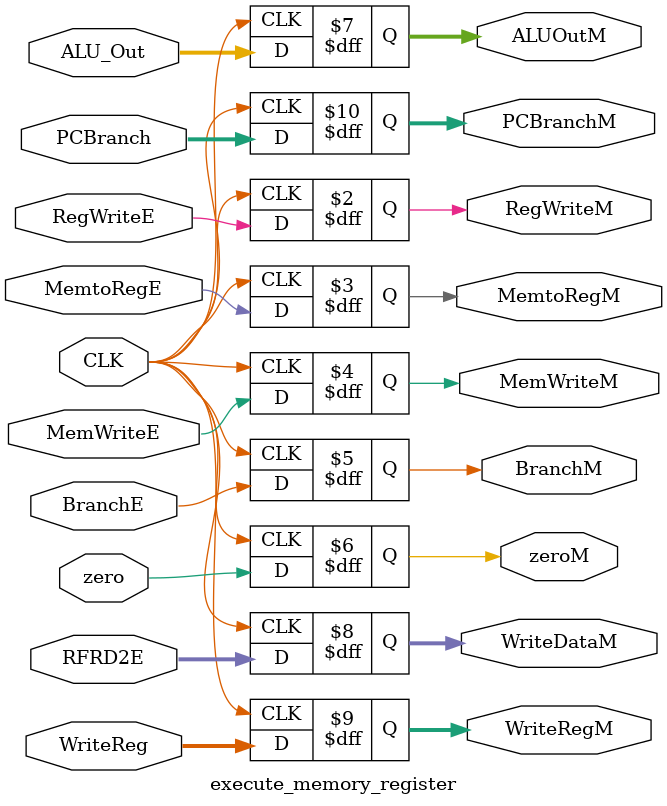
<source format=v>
`timescale 1ns / 1ps

module execute_memory_register # ( parameter WL = 32 )
(
    input CLK,
    input RegWriteE,
    input MemtoRegE,
    input MemWriteE,
    input BranchE,
    input zero,
    input [WL - 1 : 0] ALU_Out,
    input [WL - 1 : 0] RFRD2E,
    input [4 : 0] WriteReg,
    input [WL - 1 : 0] PCBranch,
    output reg RegWriteM,
    output reg MemtoRegM,
    output reg MemWriteM,
    output reg BranchM,
    output reg zeroM,
    output reg [WL - 1 : 0] ALUOutM,
    output reg [WL - 1 : 0] WriteDataM,
    output reg [4 : 0] WriteRegM,
    output reg [WL - 1 : 0] PCBranchM
);
    
    always @ (posedge CLK)
    begin
        RegWriteM <= RegWriteE;
        MemtoRegM <= MemtoRegE;
        MemWriteM <= MemWriteE;
        BranchM <= BranchE;
        zeroM <= zero;
        ALUOutM <= ALU_Out;
        WriteDataM <= RFRD2E;
        WriteRegM <= WriteReg;
        PCBranchM <= PCBranch;
    end
    
endmodule

</source>
